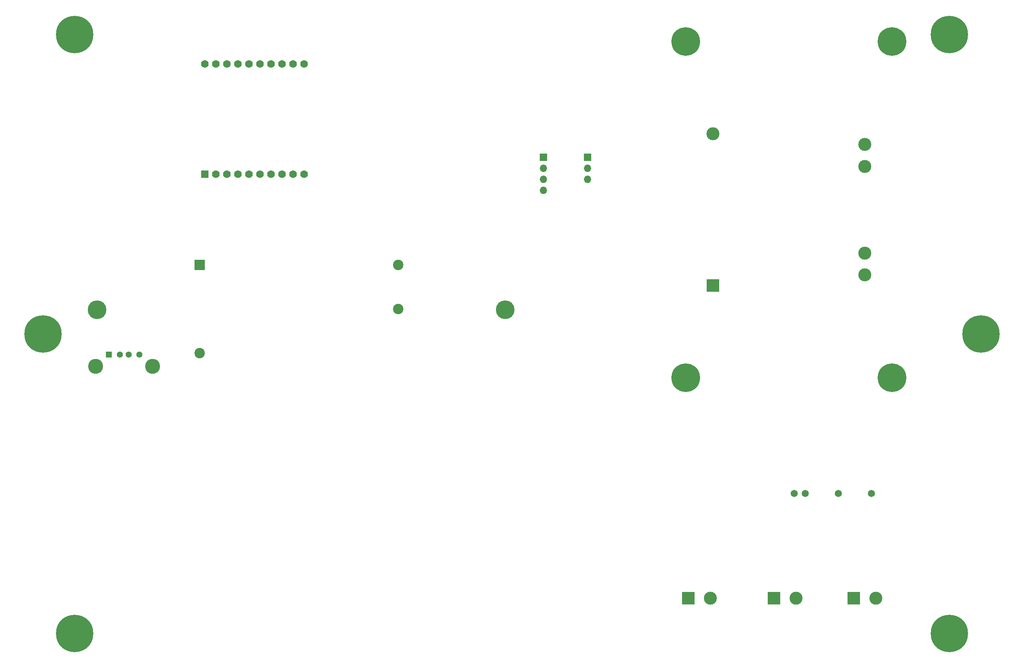
<source format=gbr>
%TF.GenerationSoftware,KiCad,Pcbnew,(6.0.0-0)*%
%TF.CreationDate,2022-12-02T08:06:54+01:00*%
%TF.ProjectId,prototype-2,70726f74-6f74-4797-9065-2d322e6b6963,rev?*%
%TF.SameCoordinates,Original*%
%TF.FileFunction,Soldermask,Bot*%
%TF.FilePolarity,Negative*%
%FSLAX46Y46*%
G04 Gerber Fmt 4.6, Leading zero omitted, Abs format (unit mm)*
G04 Created by KiCad (PCBNEW (6.0.0-0)) date 2022-12-02 08:06:54*
%MOMM*%
%LPD*%
G01*
G04 APERTURE LIST*
%ADD10R,3.000000X3.000000*%
%ADD11C,3.000000*%
%ADD12R,2.400000X2.400000*%
%ADD13C,2.400000*%
%ADD14C,0.900000*%
%ADD15C,8.600000*%
%ADD16R,1.778000X1.778000*%
%ADD17C,1.778000*%
%ADD18R,1.700000X1.700000*%
%ADD19O,1.700000X1.700000*%
%ADD20R,1.431000X1.431000*%
%ADD21C,1.431000*%
%ADD22C,3.450000*%
%ADD23C,6.600000*%
%ADD24C,4.300000*%
%ADD25C,1.650000*%
G04 APERTURE END LIST*
D10*
%TO.C,J4*%
X185791920Y-151120000D03*
D11*
X190871920Y-151120000D03*
%TD*%
D12*
%TO.C,PS1*%
X73277500Y-74287500D03*
D13*
X73277500Y-94607500D03*
X118997500Y-84447500D03*
X118997500Y-74287500D03*
%TD*%
D14*
%TO.C,REF\u002A\u002A*%
X248180419Y-161520419D03*
X245900000Y-162465000D03*
X243619581Y-156959581D03*
D15*
X245900000Y-159240000D03*
D14*
X243619581Y-161520419D03*
X245900000Y-156015000D03*
X249125000Y-159240000D03*
X248180419Y-156959581D03*
X242675000Y-159240000D03*
%TD*%
D10*
%TO.C,J5*%
X205476920Y-151120000D03*
D11*
X210556920Y-151120000D03*
%TD*%
D16*
%TO.C,U1*%
X74425000Y-53380000D03*
D17*
X76965000Y-53380000D03*
X79505000Y-53380000D03*
X82045000Y-53380000D03*
X84585000Y-53380000D03*
X87125000Y-53380000D03*
X89665000Y-53380000D03*
X92205000Y-53380000D03*
X94745000Y-53380000D03*
X97285000Y-53380000D03*
X97285000Y-27980000D03*
X94745000Y-27980000D03*
X92205000Y-27980000D03*
X89665000Y-27980000D03*
X87125000Y-27980000D03*
X84585000Y-27980000D03*
X82045000Y-27980000D03*
X79505000Y-27980000D03*
X76965000Y-27980000D03*
X74425000Y-27980000D03*
%TD*%
D14*
%TO.C,REF\u002A\u002A*%
X41275000Y-159240000D03*
X44500000Y-162465000D03*
X44500000Y-156015000D03*
X42219581Y-156959581D03*
D15*
X44500000Y-159240000D03*
D14*
X46780419Y-161520419D03*
X42219581Y-161520419D03*
X47725000Y-159240000D03*
X46780419Y-156959581D03*
%TD*%
D18*
%TO.C,J3*%
X152400000Y-49530000D03*
D19*
X152400000Y-52070000D03*
X152400000Y-54610000D03*
X152400000Y-57150000D03*
%TD*%
D20*
%TO.C,J1*%
X52380000Y-94955000D03*
D21*
X54880000Y-94955000D03*
X56880000Y-94955000D03*
X59380000Y-94955000D03*
D22*
X62450000Y-97665000D03*
X49310000Y-97665000D03*
%TD*%
D14*
%TO.C,REF\u002A\u002A*%
X41275000Y-21240000D03*
X46780419Y-18959581D03*
X44500000Y-24465000D03*
X46780419Y-23520419D03*
X47725000Y-21240000D03*
X44500000Y-18015000D03*
X42219581Y-23520419D03*
D15*
X44500000Y-21240000D03*
D14*
X42219581Y-18959581D03*
%TD*%
D10*
%TO.C,J6*%
X223891920Y-151120000D03*
D11*
X228971920Y-151120000D03*
%TD*%
D18*
%TO.C,J2*%
X162560000Y-49530000D03*
D19*
X162560000Y-52070000D03*
X162560000Y-54610000D03*
%TD*%
D10*
%TO.C,T1*%
X191415000Y-79095000D03*
D11*
X191415000Y-44095000D03*
X226415000Y-46595000D03*
X226415000Y-51595000D03*
X226415000Y-71595000D03*
X226415000Y-76595000D03*
D23*
X185165000Y-100345000D03*
X185165000Y-22845000D03*
X232665000Y-22845000D03*
X232665000Y-100345000D03*
%TD*%
D14*
%TO.C,REF\u002A\u002A*%
X39480419Y-92520419D03*
D15*
X37200000Y-90240000D03*
D14*
X33975000Y-90240000D03*
X37200000Y-93465000D03*
X39480419Y-87959581D03*
X34919581Y-87959581D03*
X37200000Y-87015000D03*
X34919581Y-92520419D03*
X40425000Y-90240000D03*
%TD*%
%TO.C,REF\u002A\u002A*%
X255480419Y-87959581D03*
X250919581Y-87959581D03*
X253200000Y-93465000D03*
X250919581Y-92520419D03*
X249975000Y-90240000D03*
X256425000Y-90240000D03*
D15*
X253200000Y-90240000D03*
D14*
X253200000Y-87015000D03*
X255480419Y-92520419D03*
%TD*%
D24*
%TO.C,REF\u002A\u002A*%
X143620000Y-84690000D03*
%TD*%
%TO.C,REF\u002A\u002A*%
X49640000Y-84690000D03*
%TD*%
D15*
%TO.C,REF\u002A\u002A*%
X245900000Y-21240000D03*
D14*
X249125000Y-21240000D03*
X243619581Y-23520419D03*
X248180419Y-18959581D03*
X245900000Y-18015000D03*
X245900000Y-24465000D03*
X242675000Y-21240000D03*
X243619581Y-18959581D03*
X248180419Y-23520419D03*
%TD*%
D25*
%TO.C,K1*%
X210185000Y-127000000D03*
X212725000Y-127000000D03*
X220345000Y-127000000D03*
X227965000Y-127000000D03*
%TD*%
M02*

</source>
